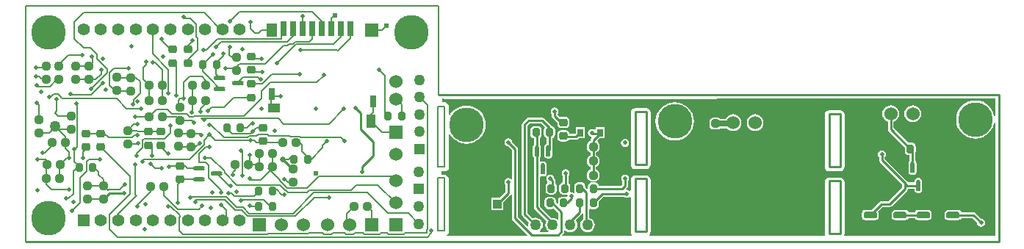
<source format=gbl>
G04 Layer_Physical_Order=4*
G04 Layer_Color=16711680*
%FSLAX23Y23*%
%MOIN*%
G70*
G01*
G75*
G04:AMPARAMS|DCode=14|XSize=50mil|YSize=20mil|CornerRadius=5mil|HoleSize=0mil|Usage=FLASHONLY|Rotation=270.000|XOffset=0mil|YOffset=0mil|HoleType=Round|Shape=RoundedRectangle|*
%AMROUNDEDRECTD14*
21,1,0.050,0.009,0,0,270.0*
21,1,0.040,0.020,0,0,270.0*
1,1,0.010,-0.005,-0.020*
1,1,0.010,-0.005,0.020*
1,1,0.010,0.005,0.020*
1,1,0.010,0.005,-0.020*
%
%ADD14ROUNDEDRECTD14*%
G04:AMPARAMS|DCode=15|XSize=37mil|YSize=37mil|CornerRadius=9mil|HoleSize=0mil|Usage=FLASHONLY|Rotation=0.000|XOffset=0mil|YOffset=0mil|HoleType=Round|Shape=RoundedRectangle|*
%AMROUNDEDRECTD15*
21,1,0.037,0.019,0,0,0.0*
21,1,0.019,0.037,0,0,0.0*
1,1,0.018,0.010,-0.009*
1,1,0.018,-0.010,-0.009*
1,1,0.018,-0.010,0.009*
1,1,0.018,0.010,0.009*
%
%ADD15ROUNDEDRECTD15*%
G04:AMPARAMS|DCode=24|XSize=37mil|YSize=37mil|CornerRadius=9mil|HoleSize=0mil|Usage=FLASHONLY|Rotation=270.000|XOffset=0mil|YOffset=0mil|HoleType=Round|Shape=RoundedRectangle|*
%AMROUNDEDRECTD24*
21,1,0.037,0.019,0,0,270.0*
21,1,0.019,0.037,0,0,270.0*
1,1,0.018,-0.009,-0.010*
1,1,0.018,-0.009,0.010*
1,1,0.018,0.009,0.010*
1,1,0.018,0.009,-0.010*
%
%ADD24ROUNDEDRECTD24*%
G04:AMPARAMS|DCode=33|XSize=34mil|YSize=39mil|CornerRadius=9mil|HoleSize=0mil|Usage=FLASHONLY|Rotation=0.000|XOffset=0mil|YOffset=0mil|HoleType=Round|Shape=RoundedRectangle|*
%AMROUNDEDRECTD33*
21,1,0.034,0.021,0,0,0.0*
21,1,0.017,0.039,0,0,0.0*
1,1,0.017,0.008,-0.011*
1,1,0.017,-0.008,-0.011*
1,1,0.017,-0.008,0.011*
1,1,0.017,0.008,0.011*
%
%ADD33ROUNDEDRECTD33*%
G04:AMPARAMS|DCode=34|XSize=34mil|YSize=39mil|CornerRadius=9mil|HoleSize=0mil|Usage=FLASHONLY|Rotation=270.000|XOffset=0mil|YOffset=0mil|HoleType=Round|Shape=RoundedRectangle|*
%AMROUNDEDRECTD34*
21,1,0.034,0.021,0,0,270.0*
21,1,0.017,0.039,0,0,270.0*
1,1,0.017,-0.011,-0.008*
1,1,0.017,-0.011,0.008*
1,1,0.017,0.011,0.008*
1,1,0.017,0.011,-0.008*
%
%ADD34ROUNDEDRECTD34*%
%ADD37C,0.006*%
%ADD38C,0.010*%
%ADD39C,0.025*%
%ADD57C,0.056*%
%ADD58R,0.056X0.056*%
%ADD59C,0.060*%
%ADD60R,0.060X0.060*%
%ADD61R,0.060X0.060*%
%ADD62C,0.050*%
%ADD63R,0.050X0.050*%
%ADD64R,0.050X0.050*%
%ADD65C,0.020*%
%ADD66C,0.025*%
%ADD67C,0.024*%
%ADD68C,0.040*%
%ADD69C,0.030*%
%ADD70C,0.157*%
G04:AMPARAMS|DCode=71|XSize=50mil|YSize=20mil|CornerRadius=5mil|HoleSize=0mil|Usage=FLASHONLY|Rotation=180.000|XOffset=0mil|YOffset=0mil|HoleType=Round|Shape=RoundedRectangle|*
%AMROUNDEDRECTD71*
21,1,0.050,0.009,0,0,180.0*
21,1,0.040,0.020,0,0,180.0*
1,1,0.010,-0.020,0.005*
1,1,0.010,0.020,0.005*
1,1,0.010,0.020,-0.005*
1,1,0.010,-0.020,-0.005*
%
%ADD71ROUNDEDRECTD71*%
G04:AMPARAMS|DCode=72|XSize=36mil|YSize=37mil|CornerRadius=9mil|HoleSize=0mil|Usage=FLASHONLY|Rotation=270.000|XOffset=0mil|YOffset=0mil|HoleType=Round|Shape=RoundedRectangle|*
%AMROUNDEDRECTD72*
21,1,0.036,0.018,0,0,270.0*
21,1,0.018,0.037,0,0,270.0*
1,1,0.018,-0.009,-0.009*
1,1,0.018,-0.009,0.009*
1,1,0.018,0.009,0.009*
1,1,0.018,0.009,-0.009*
%
%ADD72ROUNDEDRECTD72*%
G04:AMPARAMS|DCode=73|XSize=59mil|YSize=30mil|CornerRadius=7mil|HoleSize=0mil|Usage=FLASHONLY|Rotation=180.000|XOffset=0mil|YOffset=0mil|HoleType=Round|Shape=RoundedRectangle|*
%AMROUNDEDRECTD73*
21,1,0.059,0.015,0,0,180.0*
21,1,0.044,0.030,0,0,180.0*
1,1,0.015,-0.022,0.007*
1,1,0.015,0.022,0.007*
1,1,0.015,0.022,-0.007*
1,1,0.015,-0.022,-0.007*
%
%ADD73ROUNDEDRECTD73*%
%ADD74R,0.057X0.039*%
%ADD75R,0.039X0.061*%
%ADD76R,0.047X0.059*%
%ADD77R,0.059X0.059*%
%ADD78R,0.031X0.055*%
%ADD79R,0.031X0.069*%
%ADD80R,0.025X0.034*%
%ADD81R,0.039X0.039*%
%ADD82R,0.087X0.039*%
G36*
X4770Y5070D02*
X4765Y5070D01*
X4764Y5071D01*
X4760Y5087D01*
X4751Y5102D01*
X4741Y5116D01*
X4727Y5126D01*
X4712Y5135D01*
X4696Y5139D01*
X4679Y5141D01*
X4662Y5139D01*
X4646Y5135D01*
X4631Y5126D01*
X4617Y5116D01*
X4607Y5102D01*
X4598Y5087D01*
X4594Y5071D01*
X4592Y5054D01*
X4594Y5037D01*
X4598Y5021D01*
X4607Y5006D01*
X4617Y4992D01*
X4631Y4982D01*
X4646Y4973D01*
X4662Y4969D01*
X4679Y4967D01*
X4696Y4969D01*
X4712Y4973D01*
X4727Y4982D01*
X4741Y4992D01*
X4751Y5006D01*
X4760Y5021D01*
X4764Y5037D01*
X4765Y5038D01*
X4770Y5038D01*
Y4525D01*
X4088D01*
X4084Y4530D01*
X4085Y4535D01*
Y4770D01*
X4084Y4778D01*
X4079Y4784D01*
X4073Y4789D01*
X4065Y4790D01*
X4015D01*
X4007Y4789D01*
X4001Y4784D01*
X3996Y4778D01*
X3995Y4770D01*
Y4535D01*
X3996Y4530D01*
X3992Y4525D01*
X3201D01*
X3199Y4530D01*
X3199Y4531D01*
X3204Y4537D01*
X3205Y4545D01*
Y4780D01*
X3204Y4788D01*
X3199Y4794D01*
X3193Y4799D01*
X3185Y4800D01*
X3135D01*
X3127Y4799D01*
X3121Y4794D01*
X3116Y4788D01*
X3115Y4780D01*
Y4733D01*
X3110Y4731D01*
X3105Y4734D01*
X3098Y4735D01*
X3097Y4735D01*
X3094Y4740D01*
X3099Y4745D01*
X3102Y4749D01*
X3103Y4754D01*
Y4772D01*
X3107Y4778D01*
X3108Y4785D01*
X3107Y4792D01*
X3103Y4798D01*
X3097Y4802D01*
X3090Y4803D01*
X3083Y4802D01*
X3077Y4798D01*
X3073Y4792D01*
X3072Y4785D01*
X3073Y4778D01*
X3077Y4772D01*
Y4760D01*
X3070Y4753D01*
X2971D01*
X2970Y4757D01*
X2966Y4763D01*
X2961Y4766D01*
X2954Y4768D01*
X2937D01*
X2931Y4766D01*
X2925Y4763D01*
X2922Y4757D01*
X2920Y4751D01*
Y4740D01*
X2916Y4738D01*
X2910Y4744D01*
Y4751D01*
X2908Y4757D01*
X2905Y4763D01*
X2899Y4766D01*
X2893Y4768D01*
X2876D01*
X2869Y4766D01*
X2864Y4763D01*
X2860Y4757D01*
X2859Y4751D01*
Y4729D01*
X2860Y4724D01*
X2857Y4721D01*
X2856Y4721D01*
X2854Y4722D01*
X2847Y4723D01*
X2845Y4723D01*
X2841Y4727D01*
X2841Y4730D01*
Y4752D01*
X2840Y4758D01*
X2836Y4764D01*
X2833Y4766D01*
Y4797D01*
X2837Y4803D01*
X2838Y4810D01*
X2837Y4817D01*
X2833Y4823D01*
X2827Y4827D01*
X2820Y4828D01*
X2813Y4827D01*
X2807Y4823D01*
X2803Y4817D01*
X2802Y4810D01*
X2803Y4803D01*
X2807Y4797D01*
Y4769D01*
X2801Y4767D01*
X2795Y4764D01*
X2792Y4758D01*
X2790Y4752D01*
Y4730D01*
X2792Y4724D01*
X2795Y4718D01*
X2801Y4715D01*
X2807Y4713D01*
X2824D01*
X2826Y4714D01*
X2830Y4709D01*
X2829Y4705D01*
X2828Y4705D01*
X2824Y4702D01*
X2819Y4703D01*
X2802D01*
X2796Y4701D01*
X2790Y4698D01*
X2787Y4692D01*
X2785Y4686D01*
Y4674D01*
X2781Y4672D01*
X2775Y4678D01*
Y4686D01*
X2773Y4692D01*
X2770Y4698D01*
X2764Y4701D01*
X2758Y4703D01*
X2741D01*
X2734Y4701D01*
X2729Y4698D01*
X2725Y4692D01*
X2724Y4686D01*
Y4664D01*
X2725Y4658D01*
X2729Y4652D01*
X2734Y4649D01*
X2741Y4647D01*
X2758D01*
X2764Y4649D01*
X2766Y4650D01*
X2787Y4629D01*
Y4603D01*
X2782Y4601D01*
X2778Y4604D01*
X2770Y4607D01*
X2761Y4608D01*
X2755Y4607D01*
X2703Y4660D01*
Y4793D01*
X2708Y4797D01*
X2710Y4796D01*
X2720D01*
X2725Y4797D01*
X2729Y4800D01*
X2732Y4804D01*
X2733Y4810D01*
Y4849D01*
X2732Y4854D01*
X2729Y4859D01*
X2725Y4862D01*
X2720Y4863D01*
X2710D01*
X2708Y4862D01*
X2703Y4866D01*
Y4881D01*
X2704Y4881D01*
X2706Y4886D01*
X2708Y4891D01*
Y4930D01*
X2706Y4936D01*
X2704Y4940D01*
X2703Y4941D01*
Y4971D01*
X2706Y4973D01*
X2709Y4979D01*
X2711Y4985D01*
Y5007D01*
X2709Y5013D01*
X2706Y5019D01*
X2700Y5022D01*
X2694Y5024D01*
X2677D01*
X2670Y5022D01*
X2665Y5019D01*
X2661Y5013D01*
X2660Y5007D01*
Y4985D01*
X2661Y4979D01*
X2665Y4973D01*
X2670Y4970D01*
X2676Y4969D01*
Y4941D01*
X2675Y4940D01*
X2672Y4936D01*
X2671Y4930D01*
Y4891D01*
X2672Y4886D01*
X2675Y4881D01*
X2676Y4881D01*
Y4655D01*
X2677Y4650D01*
X2680Y4645D01*
X2733Y4592D01*
X2732Y4592D01*
X2729Y4584D01*
X2728Y4575D01*
X2729Y4566D01*
X2732Y4558D01*
X2738Y4551D01*
X2742Y4548D01*
X2740Y4543D01*
X2704D01*
X2702Y4548D01*
X2706Y4551D01*
X2711Y4558D01*
X2715Y4566D01*
X2716Y4575D01*
X2715Y4584D01*
X2711Y4592D01*
X2706Y4599D01*
X2699Y4604D01*
X2691Y4607D01*
X2683Y4608D01*
X2674Y4607D01*
X2671Y4606D01*
X2647Y4629D01*
Y5027D01*
X2657Y5037D01*
X2707D01*
X2726Y5018D01*
X2723Y5013D01*
X2721Y5007D01*
Y4985D01*
X2723Y4979D01*
X2726Y4973D01*
X2732Y4970D01*
X2732Y4970D01*
Y4943D01*
X2731Y4943D01*
X2726Y4940D01*
X2724Y4936D01*
X2722Y4930D01*
Y4891D01*
X2724Y4886D01*
X2726Y4881D01*
X2731Y4878D01*
X2736Y4877D01*
X2745D01*
X2750Y4878D01*
X2755Y4881D01*
X2758Y4886D01*
X2759Y4891D01*
Y4914D01*
X2759Y4916D01*
Y4969D01*
X2762Y4970D01*
X2767Y4973D01*
X2771Y4979D01*
X2772Y4985D01*
Y5007D01*
X2771Y5013D01*
X2767Y5019D01*
X2762Y5022D01*
X2757Y5023D01*
X2755Y5026D01*
X2721Y5059D01*
X2717Y5062D01*
X2712Y5063D01*
X2652D01*
X2647Y5062D01*
X2643Y5059D01*
X2625Y5041D01*
X2622Y5037D01*
X2621Y5032D01*
Y4624D01*
X2622Y4618D01*
X2625Y4614D01*
X2652Y4587D01*
X2650Y4584D01*
X2649Y4575D01*
X2650Y4571D01*
X2645Y4569D01*
X2603Y4610D01*
Y4920D01*
X2602Y4925D01*
X2599Y4929D01*
X2578Y4950D01*
X2577Y4957D01*
X2573Y4963D01*
X2567Y4967D01*
X2560Y4968D01*
X2553Y4967D01*
X2547Y4963D01*
X2543Y4957D01*
X2542Y4950D01*
X2543Y4943D01*
X2547Y4937D01*
X2553Y4933D01*
X2560Y4932D01*
X2577Y4915D01*
Y4786D01*
X2572Y4784D01*
X2567Y4787D01*
X2560Y4788D01*
X2553Y4787D01*
X2547Y4783D01*
X2543Y4777D01*
X2542Y4770D01*
X2543Y4763D01*
X2547Y4757D01*
Y4725D01*
X2519Y4698D01*
X2482D01*
Y4642D01*
X2538D01*
Y4679D01*
X2569Y4711D01*
X2572Y4714D01*
X2575Y4714D01*
X2577Y4713D01*
Y4605D01*
X2578Y4600D01*
X2581Y4596D01*
X2646Y4530D01*
X2644Y4525D01*
X2281D01*
X2280Y4530D01*
X2284Y4534D01*
X2289Y4540D01*
X2290Y4548D01*
Y4783D01*
X2289Y4791D01*
X2284Y4797D01*
X2278Y4802D01*
X2270Y4803D01*
X2261D01*
X2257Y4807D01*
X2257Y4818D01*
X2270D01*
X2278Y4819D01*
X2284Y4824D01*
X2289Y4830D01*
X2290Y4838D01*
Y4985D01*
X2295Y4986D01*
X2298Y4982D01*
X2308Y4968D01*
X2322Y4958D01*
X2337Y4949D01*
X2353Y4945D01*
X2370Y4943D01*
X2387Y4945D01*
X2403Y4949D01*
X2418Y4958D01*
X2432Y4968D01*
X2442Y4982D01*
X2451Y4997D01*
X2455Y5013D01*
X2457Y5030D01*
X2455Y5047D01*
X2451Y5063D01*
X2442Y5078D01*
X2432Y5092D01*
X2418Y5102D01*
X2403Y5111D01*
X2387Y5115D01*
X2370Y5117D01*
X2353Y5115D01*
X2337Y5111D01*
X2322Y5102D01*
X2308Y5092D01*
X2298Y5078D01*
X2295Y5074D01*
X2290Y5075D01*
Y5113D01*
X2289Y5121D01*
X2284Y5127D01*
X2278Y5132D01*
X2270Y5133D01*
X2263D01*
X2260Y5137D01*
X2260Y5150D01*
X2265D01*
X2270Y5145D01*
X3120D01*
X3890Y5150D01*
X4770D01*
Y5070D01*
D02*
G37*
G36*
X3091Y4700D02*
X3098Y4699D01*
X3105Y4700D01*
X3110Y4703D01*
X3115Y4701D01*
Y4545D01*
X3116Y4537D01*
X3121Y4531D01*
X3121Y4530D01*
X3119Y4525D01*
X2806D01*
X2804Y4530D01*
X2809Y4536D01*
X2812Y4540D01*
X2813Y4545D01*
Y4548D01*
X2818Y4550D01*
X2823Y4546D01*
X2831Y4543D01*
X2840Y4542D01*
X2849Y4543D01*
X2857Y4546D01*
X2864Y4551D01*
X2869Y4558D01*
X2872Y4566D01*
X2873Y4575D01*
X2872Y4584D01*
X2869Y4592D01*
X2865Y4596D01*
X2894Y4625D01*
X2895Y4627D01*
X2900Y4625D01*
Y4602D01*
X2895Y4599D01*
X2890Y4592D01*
X2887Y4584D01*
X2885Y4575D01*
X2887Y4566D01*
X2890Y4558D01*
X2895Y4551D01*
X2902Y4546D01*
X2910Y4543D01*
X2919Y4542D01*
X2927Y4543D01*
X2935Y4546D01*
X2942Y4551D01*
X2948Y4558D01*
X2951Y4566D01*
X2952Y4575D01*
X2951Y4584D01*
X2948Y4592D01*
X2942Y4599D01*
X2935Y4604D01*
X2927Y4607D01*
X2926Y4607D01*
Y4646D01*
X2930Y4648D01*
X2931Y4649D01*
X2937Y4647D01*
X2954D01*
X2961Y4649D01*
X2966Y4652D01*
X2970Y4658D01*
X2971Y4664D01*
Y4682D01*
X2993Y4704D01*
X3085D01*
X3091Y4700D01*
D02*
G37*
%LPC*%
G36*
X3580Y5078D02*
X3570Y5077D01*
X3561Y5073D01*
X3553Y5067D01*
X3547Y5059D01*
X3545Y5056D01*
X3522D01*
X3522Y5057D01*
X3516Y5060D01*
X3510Y5062D01*
X3490D01*
X3484Y5060D01*
X3478Y5057D01*
X3474Y5051D01*
X3473Y5044D01*
Y5026D01*
X3474Y5019D01*
X3478Y5013D01*
X3484Y5010D01*
X3490Y5008D01*
X3510D01*
X3516Y5010D01*
X3522Y5013D01*
X3522Y5014D01*
X3552D01*
X3553Y5013D01*
X3561Y5007D01*
X3570Y5003D01*
X3580Y5002D01*
X3590Y5003D01*
X3599Y5007D01*
X3607Y5013D01*
X3613Y5021D01*
X3617Y5030D01*
X3618Y5040D01*
X3617Y5050D01*
X3613Y5059D01*
X3607Y5067D01*
X3599Y5073D01*
X3590Y5077D01*
X3580Y5078D01*
D02*
G37*
G36*
X4395Y5118D02*
X4385Y5117D01*
X4376Y5113D01*
X4368Y5107D01*
X4362Y5099D01*
X4358Y5090D01*
X4357Y5080D01*
X4358Y5070D01*
X4362Y5061D01*
X4368Y5053D01*
X4376Y5047D01*
X4385Y5043D01*
X4395Y5042D01*
X4405Y5043D01*
X4414Y5047D01*
X4422Y5053D01*
X4428Y5061D01*
X4432Y5070D01*
X4433Y5080D01*
X4432Y5090D01*
X4428Y5099D01*
X4422Y5107D01*
X4414Y5113D01*
X4405Y5117D01*
X4395Y5118D01*
D02*
G37*
G36*
X2770Y5108D02*
X2763Y5107D01*
X2757Y5103D01*
X2753Y5097D01*
X2752Y5090D01*
X2753Y5083D01*
X2757Y5077D01*
Y5070D01*
X2758Y5065D01*
X2761Y5061D01*
X2782Y5039D01*
Y5032D01*
X2784Y5026D01*
X2787Y5020D01*
X2793Y5017D01*
X2799Y5015D01*
X2821D01*
X2827Y5017D01*
X2833Y5020D01*
X2836Y5026D01*
X2838Y5032D01*
Y5049D01*
X2836Y5056D01*
X2833Y5061D01*
X2827Y5065D01*
X2821Y5066D01*
X2799D01*
X2794Y5065D01*
X2783Y5075D01*
Y5077D01*
X2787Y5083D01*
X2788Y5090D01*
X2787Y5097D01*
X2783Y5103D01*
X2777Y5107D01*
X2770Y5108D01*
D02*
G37*
G36*
X2995Y5019D02*
X2955D01*
Y5010D01*
X2950Y5008D01*
X2946Y5010D01*
X2939Y5011D01*
X2932Y5010D01*
X2926Y5006D01*
X2922Y5000D01*
X2921Y4993D01*
X2922Y4986D01*
X2926Y4980D01*
X2932Y4976D01*
X2936Y4975D01*
X2937Y4970D01*
X2936Y4968D01*
X2933Y4964D01*
X2932Y4959D01*
Y4956D01*
X2929Y4955D01*
X2923Y4952D01*
X2919Y4946D01*
X2918Y4939D01*
Y4921D01*
X2919Y4914D01*
X2923Y4908D01*
X2929Y4905D01*
X2932Y4904D01*
Y4891D01*
X2929Y4890D01*
X2923Y4887D01*
X2919Y4881D01*
X2918Y4874D01*
Y4856D01*
X2919Y4849D01*
X2923Y4843D01*
X2929Y4840D01*
X2932Y4839D01*
Y4826D01*
X2929Y4825D01*
X2923Y4822D01*
X2919Y4816D01*
X2918Y4809D01*
Y4791D01*
X2919Y4784D01*
X2923Y4778D01*
X2929Y4775D01*
X2935Y4773D01*
X2955D01*
X2961Y4775D01*
X2967Y4778D01*
X2971Y4784D01*
X2972Y4791D01*
Y4809D01*
X2971Y4816D01*
X2967Y4822D01*
X2961Y4825D01*
X2958Y4826D01*
Y4839D01*
X2961Y4840D01*
X2967Y4843D01*
X2971Y4849D01*
X2972Y4856D01*
Y4874D01*
X2971Y4881D01*
X2967Y4887D01*
X2961Y4890D01*
X2958Y4891D01*
Y4904D01*
X2961Y4905D01*
X2967Y4908D01*
X2971Y4914D01*
X2972Y4921D01*
Y4939D01*
X2971Y4946D01*
X2967Y4952D01*
X2965Y4953D01*
X2964Y4959D01*
X2974Y4969D01*
X2995D01*
Y5019D01*
D02*
G37*
G36*
X3680Y5078D02*
X3670Y5077D01*
X3661Y5073D01*
X3653Y5067D01*
X3647Y5059D01*
X3643Y5050D01*
X3642Y5040D01*
X3643Y5030D01*
X3647Y5021D01*
X3653Y5013D01*
X3661Y5007D01*
X3670Y5003D01*
X3680Y5002D01*
X3690Y5003D01*
X3699Y5007D01*
X3707Y5013D01*
X3713Y5021D01*
X3717Y5030D01*
X3718Y5040D01*
X3717Y5050D01*
X3713Y5059D01*
X3707Y5067D01*
X3699Y5073D01*
X3690Y5077D01*
X3680Y5078D01*
D02*
G37*
G36*
X2905Y5019D02*
X2865D01*
Y4991D01*
X2864Y4991D01*
X2862Y4989D01*
X2837D01*
X2836Y4994D01*
X2833Y5000D01*
X2827Y5003D01*
X2821Y5005D01*
X2799D01*
X2793Y5003D01*
X2787Y5000D01*
X2784Y4994D01*
X2782Y4988D01*
Y4971D01*
X2784Y4964D01*
X2787Y4959D01*
X2793Y4955D01*
X2799Y4954D01*
X2821D01*
X2827Y4955D01*
X2833Y4959D01*
X2835Y4962D01*
X2868D01*
X2873Y4963D01*
X2877Y4966D01*
X2880Y4969D01*
X2905D01*
Y5019D01*
D02*
G37*
G36*
X3315Y5132D02*
X3298Y5130D01*
X3282Y5126D01*
X3267Y5117D01*
X3253Y5107D01*
X3243Y5093D01*
X3234Y5078D01*
X3230Y5062D01*
X3228Y5045D01*
X3230Y5028D01*
X3234Y5012D01*
X3243Y4997D01*
X3253Y4983D01*
X3267Y4973D01*
X3282Y4964D01*
X3298Y4960D01*
X3315Y4958D01*
X3332Y4960D01*
X3348Y4964D01*
X3363Y4973D01*
X3377Y4983D01*
X3387Y4997D01*
X3396Y5012D01*
X3400Y5028D01*
X3402Y5045D01*
X3400Y5062D01*
X3396Y5078D01*
X3387Y5093D01*
X3377Y5107D01*
X3363Y5117D01*
X3348Y5126D01*
X3332Y5130D01*
X3315Y5132D01*
D02*
G37*
G36*
X3089Y4966D02*
X3082Y4965D01*
X3076Y4961D01*
X3072Y4955D01*
X3071Y4948D01*
X3072Y4941D01*
X3076Y4935D01*
X3082Y4931D01*
X3089Y4930D01*
X3096Y4931D01*
X3102Y4935D01*
X3106Y4941D01*
X3107Y4948D01*
X3106Y4955D01*
X3102Y4961D01*
X3096Y4965D01*
X3089Y4966D01*
D02*
G37*
G36*
X3185Y5105D02*
X3135D01*
X3127Y5104D01*
X3121Y5099D01*
X3116Y5093D01*
X3115Y5085D01*
Y4850D01*
X3116Y4842D01*
X3121Y4836D01*
X3127Y4831D01*
X3135Y4830D01*
X3185D01*
X3193Y4831D01*
X3199Y4836D01*
X3204Y4842D01*
X3205Y4850D01*
Y5085D01*
X3204Y5093D01*
X3199Y5099D01*
X3193Y5104D01*
X3185Y5105D01*
D02*
G37*
G36*
X4065Y5095D02*
X4015D01*
X4007Y5094D01*
X4001Y5089D01*
X3996Y5083D01*
X3995Y5075D01*
Y4840D01*
X3996Y4832D01*
X4001Y4826D01*
X4007Y4821D01*
X4015Y4820D01*
X4065D01*
X4073Y4821D01*
X4079Y4826D01*
X4084Y4832D01*
X4085Y4840D01*
Y5075D01*
X4084Y5083D01*
X4079Y5089D01*
X4073Y5094D01*
X4065Y5095D01*
D02*
G37*
G36*
X4295Y5118D02*
X4285Y5117D01*
X4276Y5113D01*
X4268Y5107D01*
X4262Y5099D01*
X4258Y5090D01*
X4257Y5080D01*
X4258Y5070D01*
X4262Y5061D01*
X4268Y5053D01*
X4276Y5047D01*
X4282Y5044D01*
Y5009D01*
X4283Y5004D01*
X4286Y5000D01*
X4359Y4927D01*
Y4909D01*
X4360Y4903D01*
X4364Y4897D01*
X4369Y4894D01*
X4376Y4892D01*
X4381D01*
Y4866D01*
X4380Y4865D01*
X4377Y4861D01*
X4376Y4855D01*
Y4816D01*
X4377Y4811D01*
X4380Y4806D01*
X4385Y4803D01*
X4390Y4802D01*
X4399D01*
X4404Y4803D01*
X4409Y4806D01*
X4411Y4811D01*
X4413Y4816D01*
Y4855D01*
X4411Y4861D01*
X4409Y4865D01*
X4408Y4866D01*
Y4902D01*
X4408Y4903D01*
X4410Y4909D01*
Y4931D01*
X4408Y4937D01*
X4405Y4943D01*
X4399Y4946D01*
X4393Y4948D01*
X4376D01*
X4375Y4948D01*
X4308Y5015D01*
Y5044D01*
X4314Y5047D01*
X4322Y5053D01*
X4328Y5061D01*
X4332Y5070D01*
X4333Y5080D01*
X4332Y5090D01*
X4328Y5099D01*
X4322Y5107D01*
X4314Y5113D01*
X4305Y5117D01*
X4295Y5118D01*
D02*
G37*
G36*
X4255Y4913D02*
X4248Y4912D01*
X4242Y4908D01*
X4238Y4902D01*
X4237Y4895D01*
X4238Y4888D01*
X4242Y4882D01*
Y4870D01*
X4243Y4865D01*
X4246Y4861D01*
X4347Y4760D01*
Y4745D01*
X4285Y4683D01*
X4252D01*
X4247Y4682D01*
X4243Y4679D01*
X4206Y4643D01*
X4180D01*
X4174Y4642D01*
X4168Y4639D01*
X4165Y4634D01*
X4164Y4627D01*
Y4613D01*
X4165Y4606D01*
X4168Y4601D01*
X4174Y4598D01*
X4180Y4597D01*
X4224D01*
X4230Y4598D01*
X4235Y4601D01*
X4239Y4606D01*
X4240Y4613D01*
Y4627D01*
X4239Y4634D01*
X4237Y4636D01*
X4257Y4657D01*
X4290D01*
X4295Y4658D01*
X4299Y4661D01*
X4369Y4731D01*
X4372Y4735D01*
X4373Y4740D01*
Y4741D01*
X4402D01*
Y4735D01*
X4403Y4729D01*
X4406Y4725D01*
X4410Y4722D01*
X4415Y4721D01*
X4425D01*
X4430Y4722D01*
X4434Y4725D01*
X4437Y4729D01*
X4438Y4735D01*
Y4774D01*
X4437Y4779D01*
X4434Y4784D01*
X4430Y4787D01*
X4425Y4788D01*
X4415D01*
X4410Y4787D01*
X4406Y4784D01*
X4403Y4779D01*
X4402Y4774D01*
Y4768D01*
X4376D01*
X4369Y4774D01*
X4268Y4875D01*
Y4882D01*
X4272Y4888D01*
X4273Y4895D01*
X4272Y4902D01*
X4268Y4908D01*
X4262Y4912D01*
X4255Y4913D01*
D02*
G37*
G36*
X2750Y4803D02*
X2743Y4802D01*
X2737Y4798D01*
X2733Y4792D01*
X2732Y4785D01*
X2733Y4778D01*
X2737Y4772D01*
X2738Y4772D01*
X2737Y4766D01*
X2734Y4764D01*
X2730Y4758D01*
X2729Y4752D01*
Y4730D01*
X2730Y4724D01*
X2734Y4718D01*
X2739Y4715D01*
X2746Y4713D01*
X2763D01*
X2769Y4715D01*
X2775Y4718D01*
X2778Y4724D01*
X2780Y4730D01*
Y4752D01*
X2778Y4758D01*
X2775Y4764D01*
X2773Y4765D01*
Y4776D01*
X2772Y4781D01*
X2769Y4785D01*
X2768Y4785D01*
X2767Y4792D01*
X2763Y4798D01*
X2757Y4802D01*
X2750Y4803D01*
D02*
G37*
G36*
X4464Y4643D02*
X4420D01*
X4414Y4642D01*
X4408Y4639D01*
X4405Y4634D01*
X4405Y4633D01*
X4375D01*
X4375Y4634D01*
X4372Y4639D01*
X4366Y4642D01*
X4360Y4643D01*
X4316D01*
X4310Y4642D01*
X4305Y4639D01*
X4301Y4634D01*
X4300Y4627D01*
Y4613D01*
X4301Y4606D01*
X4305Y4601D01*
X4310Y4598D01*
X4316Y4597D01*
X4360D01*
X4366Y4598D01*
X4372Y4601D01*
X4375Y4606D01*
X4375Y4607D01*
X4405D01*
X4405Y4606D01*
X4408Y4601D01*
X4414Y4598D01*
X4420Y4597D01*
X4464D01*
X4470Y4598D01*
X4475Y4601D01*
X4479Y4606D01*
X4480Y4613D01*
Y4627D01*
X4479Y4634D01*
X4475Y4639D01*
X4470Y4642D01*
X4464Y4643D01*
D02*
G37*
G36*
X4600D02*
X4556D01*
X4550Y4642D01*
X4545Y4639D01*
X4541Y4634D01*
X4540Y4627D01*
Y4613D01*
X4541Y4606D01*
X4545Y4601D01*
X4550Y4598D01*
X4556Y4597D01*
X4600D01*
X4606Y4598D01*
X4612Y4601D01*
X4615Y4606D01*
X4615Y4607D01*
X4665D01*
X4687Y4585D01*
X4688Y4578D01*
X4692Y4572D01*
X4698Y4568D01*
X4705Y4567D01*
X4712Y4568D01*
X4718Y4572D01*
X4722Y4578D01*
X4723Y4585D01*
X4722Y4592D01*
X4718Y4598D01*
X4712Y4602D01*
X4705Y4603D01*
X4679Y4629D01*
X4675Y4632D01*
X4670Y4633D01*
X4615D01*
X4615Y4634D01*
X4612Y4639D01*
X4606Y4642D01*
X4600Y4643D01*
D02*
G37*
%LPD*%
D14*
X4394Y4836D02*
D03*
X4446D02*
D03*
X4420Y4754D02*
D03*
X2715Y4829D02*
D03*
X2741Y4911D02*
D03*
X2689D02*
D03*
D15*
X1860Y4660D02*
D03*
X1920D02*
D03*
X1490Y4898D02*
D03*
X1430D02*
D03*
Y4839D02*
D03*
X1490D02*
D03*
X1535Y4950D02*
D03*
X1595D02*
D03*
X551Y4951D02*
D03*
X491D02*
D03*
X465Y4850D02*
D03*
X525D02*
D03*
X522Y4786D02*
D03*
X463D02*
D03*
X3500Y5035D02*
D03*
X3440D02*
D03*
X2945Y4930D02*
D03*
X2885D02*
D03*
X2945Y4865D02*
D03*
X2885D02*
D03*
Y4800D02*
D03*
X2945D02*
D03*
X1128Y5138D02*
D03*
X1188D02*
D03*
X1320Y4850D02*
D03*
X1380D02*
D03*
X938Y4749D02*
D03*
X998D02*
D03*
X930Y5138D02*
D03*
X990D02*
D03*
X930Y5210D02*
D03*
X990D02*
D03*
X1188D02*
D03*
X1128D02*
D03*
X990Y5066D02*
D03*
X930D02*
D03*
D24*
X1584Y4770D02*
D03*
Y4830D02*
D03*
X596Y5295D02*
D03*
Y5235D02*
D03*
X656D02*
D03*
Y5295D02*
D03*
X463Y5235D02*
D03*
Y5295D02*
D03*
X521Y5235D02*
D03*
Y5295D02*
D03*
X650Y4694D02*
D03*
Y4754D02*
D03*
X431Y5053D02*
D03*
Y4993D02*
D03*
X575Y5070D02*
D03*
Y5010D02*
D03*
X722Y4754D02*
D03*
Y4694D02*
D03*
X832Y5003D02*
D03*
Y4943D02*
D03*
X1325Y5275D02*
D03*
Y5335D02*
D03*
X1121Y4988D02*
D03*
Y4928D02*
D03*
X847Y5183D02*
D03*
Y5243D02*
D03*
X1062Y4992D02*
D03*
Y4932D02*
D03*
X782Y5186D02*
D03*
Y5246D02*
D03*
X1070Y5108D02*
D03*
Y5048D02*
D03*
D33*
X1282Y5017D02*
D03*
X1344D02*
D03*
X2811Y4675D02*
D03*
X2749D02*
D03*
X1427Y4728D02*
D03*
X1489D02*
D03*
X4446Y4920D02*
D03*
X4384D02*
D03*
X2013Y5071D02*
D03*
X2075D02*
D03*
X1174Y5304D02*
D03*
X1236D02*
D03*
X1490Y4661D02*
D03*
X1428D02*
D03*
X2946Y4675D02*
D03*
X2884D02*
D03*
X2754Y4741D02*
D03*
X2816D02*
D03*
X2946Y4740D02*
D03*
X2884D02*
D03*
X1587Y4873D02*
D03*
X1649D02*
D03*
X612Y4837D02*
D03*
X674D02*
D03*
X2685Y4996D02*
D03*
X2747D02*
D03*
D34*
X644Y4991D02*
D03*
Y4929D02*
D03*
X1393Y5153D02*
D03*
Y5215D02*
D03*
X1070Y4782D02*
D03*
Y4844D02*
D03*
X709Y4929D02*
D03*
Y4991D02*
D03*
X1393Y5341D02*
D03*
Y5280D02*
D03*
X982Y4998D02*
D03*
Y4936D02*
D03*
X928Y4998D02*
D03*
Y4936D02*
D03*
X1107Y5311D02*
D03*
Y5373D02*
D03*
X1035D02*
D03*
Y5311D02*
D03*
X2810Y4979D02*
D03*
Y5041D02*
D03*
D37*
X749Y4623D02*
X843Y4717D01*
X749Y4557D02*
Y4623D01*
Y4557D02*
X785Y4521D01*
X2193D01*
X2210Y4538D01*
X1068Y4549D02*
Y4611D01*
Y4549D02*
X1083Y4534D01*
X1465D01*
X1467Y4536D01*
X1649D01*
X1652Y4539D01*
X1718D01*
X1723Y4534D01*
X1757D01*
X1762Y4539D01*
X1818D01*
X1823Y4534D01*
X1857D01*
X1862Y4539D01*
X1900D01*
X1905Y4534D01*
X1975D01*
X1980Y4539D01*
X2010D01*
X2015Y4534D01*
X2085D01*
X2090Y4539D01*
X2190D01*
X2191Y4540D01*
Y4540D01*
X2191Y4540D02*
X2191Y4540D01*
X2191Y4540D02*
Y4556D01*
X2192Y4557D01*
Y5120D01*
X2210Y4538D02*
Y4548D01*
X2156Y5156D02*
X2192Y5120D01*
X729Y5189D02*
X732D01*
X726Y5186D02*
X729Y5189D01*
X988Y5412D02*
Y5421D01*
Y5412D02*
X1016Y5384D01*
X1101Y5080D02*
X1114Y5067D01*
X1128Y5091D02*
Y5138D01*
X1123Y5086D02*
X1128Y5091D01*
X1114Y5067D02*
X1131D01*
X1135Y5071D02*
X1361D01*
X1131Y5067D02*
X1135Y5071D01*
X1745Y5033D02*
X1814Y5102D01*
X1745Y5033D02*
Y5033D01*
X1540D02*
X1745D01*
X440Y5239D02*
X456Y5239D01*
X430Y5249D02*
X440Y5239D01*
X418Y5249D02*
X430D01*
X688Y5235D02*
X714Y5261D01*
Y5280D01*
X668Y5167D02*
X720Y5219D01*
X668Y5194D02*
X739Y5265D01*
X573Y5167D02*
X668D01*
X667Y5194D02*
X668D01*
X1557Y4742D02*
X1647D01*
X1555Y4745D02*
X1557Y4742D01*
X1554Y4745D02*
X1555D01*
X1524Y4775D02*
X1554Y4745D01*
X1559Y4724D02*
X1646D01*
X1550Y4733D02*
X1559Y4724D01*
X1548Y4733D02*
X1550D01*
X1524Y4757D02*
X1548Y4733D01*
X1531Y4714D02*
X1542D01*
X1509Y4736D02*
X1531Y4714D01*
X1234Y5309D02*
X1268Y5343D01*
Y5352D01*
X1293Y5380D02*
X1295Y5382D01*
X1293Y5347D02*
Y5380D01*
X1385Y5274D02*
X1390Y5269D01*
X1442D01*
X553Y4696D02*
X562D01*
X563Y4695D01*
X1486Y5260D02*
X1613D01*
X1442Y5216D02*
X1486Y5260D01*
X1424Y5247D02*
X1435Y5236D01*
X1356Y5247D02*
X1424D01*
X1385Y5216D02*
X1442D01*
X1524Y4775D02*
Y4778D01*
X1469Y4833D02*
X1524Y4778D01*
X1543Y4783D02*
X1545D01*
X1546Y4784D01*
X1770Y5525D02*
X1772D01*
X1757Y5512D02*
X1770Y5525D01*
X495Y5169D02*
X516D01*
X530Y5155D01*
Y5154D02*
X535Y5149D01*
X530Y5154D02*
Y5155D01*
X511Y5093D02*
Y5147D01*
X502Y5084D02*
X511Y5093D01*
X480Y5153D02*
X495Y5169D01*
X535Y5149D02*
X782D01*
X1025Y4844D02*
X1092D01*
X1021Y4840D02*
X1025Y4844D01*
X868Y4714D02*
Y4851D01*
Y4714D02*
X873Y4709D01*
X1052Y5066D02*
X1070Y5048D01*
X990Y5066D02*
X1052D01*
X1028Y4993D02*
Y5027D01*
X1001Y4966D02*
X1028Y4993D01*
X907Y4966D02*
X1001D01*
X899Y4958D02*
X907Y4966D01*
X899Y4927D02*
Y4958D01*
X615Y4788D02*
X645Y4818D01*
X615Y4675D02*
Y4788D01*
X580Y4640D02*
X615Y4675D01*
X580Y4639D02*
Y4640D01*
X644Y4918D02*
Y4929D01*
X631Y4905D02*
X644Y4918D01*
X631Y4880D02*
Y4905D01*
X1273Y4690D02*
X1320Y4643D01*
X1350D01*
X1378Y4615D01*
X1355Y4655D02*
X1383Y4627D01*
X1327Y4655D02*
X1355D01*
X1280Y4702D02*
X1327Y4655D01*
X1406Y4707D02*
X1427Y4728D01*
X1317Y4707D02*
X1406D01*
X1304Y4720D02*
X1317Y4707D01*
X1290Y4720D02*
X1304D01*
X1238Y4808D02*
X1292Y4754D01*
X1299D01*
X1378Y4615D02*
X1594D01*
X1383Y4627D02*
X1583D01*
X1480Y4661D02*
X1490D01*
X1451Y4689D02*
X1480Y4661D01*
X1347Y4687D02*
X1349Y4689D01*
X1451D01*
X1388Y4662D02*
X1389Y4661D01*
X1428D01*
X1594Y4615D02*
X1679Y4700D01*
X1583Y4627D02*
X1678Y4722D01*
X1546Y4784D02*
X1560Y4770D01*
X1469Y4833D02*
X1490D01*
X1328Y4757D02*
X1524D01*
X1560Y4770D02*
X1584D01*
X1563Y4872D02*
X1577Y4886D01*
X1646Y4724D02*
X1656Y4734D01*
X1647Y4742D02*
X1701Y4796D01*
X1656Y4734D02*
X1848D01*
X1871Y4757D01*
X1968D01*
X2050Y4675D01*
X1272Y4813D02*
X1328Y4757D01*
X1920Y4722D02*
X2013Y4629D01*
X1678Y4722D02*
X1920D01*
X1172Y5303D02*
X1219Y5350D01*
X1293Y5347D02*
X1305Y5335D01*
X1219Y5350D02*
X1220D01*
X1176Y5368D02*
X1190D01*
X1240Y5418D01*
X1232Y5383D02*
X1255Y5406D01*
X1240Y5418D02*
X1531D01*
X1255Y5406D02*
X1557D01*
X1297Y5500D02*
X1339Y5542D01*
X1275Y5287D02*
X1307D01*
X1310Y5290D01*
X1143Y5429D02*
Y5485D01*
X1116Y5512D02*
X1143Y5485D01*
X1093Y5512D02*
X1116D01*
X1085Y5520D02*
X1093Y5512D01*
X739Y5270D02*
Y5282D01*
X739Y5270D02*
X739Y5270D01*
X739Y5265D02*
Y5270D01*
X751Y5265D02*
X771Y5285D01*
X751Y5208D02*
Y5265D01*
Y5208D02*
X776Y5183D01*
X1143Y5429D02*
X1149Y5423D01*
X1069Y4612D02*
Y4619D01*
X1068Y4611D02*
X1069Y4612D01*
X1027Y4661D02*
X1069Y4619D01*
X1014Y4898D02*
X1015Y4899D01*
X986Y4926D02*
X1014Y4898D01*
X1116Y4702D02*
X1280D01*
X1141Y4690D02*
X1273D01*
X1393Y5331D02*
X1439D01*
X1718Y4925D02*
Y4935D01*
X1663Y4871D02*
X1718Y4925D01*
X1624Y4910D02*
X1663Y4871D01*
X1538Y4872D02*
X1563D01*
X1624Y4910D02*
Y4940D01*
X1614Y4950D02*
X1624Y4940D01*
X988Y4834D02*
X991D01*
X993Y4832D01*
X1311Y4803D02*
Y4815D01*
X1320Y4824D01*
X1184Y4880D02*
X1210D01*
X1272Y4819D01*
Y4813D02*
Y4819D01*
X479Y5203D02*
X511Y5235D01*
X426Y5203D02*
X479D01*
X420Y5209D02*
X426Y5203D01*
X458Y4903D02*
X491Y4936D01*
X448Y4903D02*
X458D01*
X1377Y4991D02*
X1391D01*
X1375Y4989D02*
X1377Y4991D01*
X1391D02*
X1400Y5000D01*
X1382Y4979D02*
X1418D01*
X1375Y4972D02*
X1382Y4979D01*
X1417Y5016D02*
X1448D01*
X1401Y5000D02*
X1417Y5016D01*
X1307Y4989D02*
X1375D01*
X1400Y5000D02*
X1401D01*
X1718Y4935D02*
X1738Y4955D01*
X670Y5338D02*
X674Y5334D01*
Y5314D02*
Y5334D01*
X1616Y5370D02*
X1781D01*
X1786Y5365D01*
X1722Y5254D02*
Y5256D01*
X1691Y5223D02*
X1722Y5254D01*
X1458Y5307D02*
X1540Y5389D01*
X1340Y5307D02*
X1458D01*
X1325Y5292D02*
X1340Y5307D01*
X1540Y5389D02*
X1557D01*
X1103Y5386D02*
X1127Y5410D01*
Y5414D01*
X1799Y4974D02*
X1816Y4957D01*
X1571Y4977D02*
X1612D01*
X1569Y4979D02*
X1571Y4977D01*
X1730Y4974D02*
X1799D01*
X1728Y4972D02*
X1730Y4974D01*
X1617Y4972D02*
X1728D01*
X1612Y4977D02*
X1617Y4972D01*
X1418Y4979D02*
X1427Y4987D01*
X1418Y4979D02*
X1418Y4979D01*
X1427Y4987D02*
X1466D01*
X1282Y5014D02*
X1307Y4989D01*
X1282Y5014D02*
Y5017D01*
X1269Y4972D02*
X1375D01*
X1208Y5033D02*
X1269Y4972D01*
X1466Y4987D02*
X1473Y4979D01*
X1374Y5017D02*
X1393Y5036D01*
X1401D01*
X1515Y5059D02*
X1540Y5033D01*
X1168Y5059D02*
X1515D01*
X1344Y5017D02*
X1374D01*
X1313Y5153D02*
X1384D01*
X1270Y5110D02*
X1313Y5153D01*
X1234Y5287D02*
Y5309D01*
X1786Y5365D02*
X1843Y5422D01*
X1656Y5407D02*
X1670Y5421D01*
X1592Y5407D02*
X1656D01*
X1582Y5397D02*
X1592Y5407D01*
X1565Y5397D02*
X1582D01*
X1766Y5395D02*
X1800Y5429D01*
X1597Y5395D02*
X1766D01*
X1511Y5309D02*
X1597Y5395D01*
X1557Y5389D02*
X1565Y5397D01*
X1339Y5542D02*
X1671D01*
X1713Y5500D01*
Y5465D02*
Y5500D01*
X1557Y5406D02*
X1583Y5432D01*
X1531Y5418D02*
Y5456D01*
X1391Y5465D02*
Y5496D01*
Y5465D02*
X1411Y5445D01*
X1426D01*
X1333Y5224D02*
X1356Y5247D01*
X1333Y5218D02*
Y5224D01*
X633Y5378D02*
X663D01*
X693Y5348D01*
X653Y5293D02*
X674Y5314D01*
X693Y5328D02*
Y5348D01*
X656Y5235D02*
X688D01*
X590Y5421D02*
X633Y5378D01*
X590Y5421D02*
Y5496D01*
X633Y5539D01*
X1180D01*
X1258Y5461D01*
X645Y4818D02*
Y4863D01*
X655Y4873D01*
X708D01*
X1124Y5048D02*
X1134Y5038D01*
X1070Y5048D02*
X1124D01*
X1168Y5059D02*
X1175Y5052D01*
X1203Y5028D02*
X1208Y5033D01*
X1179Y4960D02*
X1204Y4985D01*
X1179Y4939D02*
Y4960D01*
X1112Y4872D02*
X1179Y4939D01*
X908Y4872D02*
X1112D01*
X899Y4863D02*
X908Y4872D01*
X1156Y4899D02*
X1187Y4930D01*
X1203D01*
X872Y4888D02*
Y4900D01*
X899Y4927D01*
X942Y4891D02*
Y4942D01*
X872Y4888D02*
X880D01*
X930Y5066D02*
X964Y5100D01*
X1012D01*
X1032Y5080D01*
X1101D01*
X1361Y5071D02*
X1439Y5149D01*
Y5183D01*
X1479Y5223D01*
X1691D01*
X1531Y5456D02*
X1540Y5465D01*
X797Y4735D02*
X821Y4759D01*
X743Y4735D02*
X797D01*
X742Y4734D02*
X743Y4735D01*
X742Y4734D02*
X742D01*
X843Y4717D02*
Y4795D01*
X709Y4929D02*
X843Y4795D01*
X1305Y5335D02*
X1325D01*
X1016Y5384D02*
X1044D01*
Y5322D02*
X1053Y5313D01*
Y5164D02*
Y5313D01*
X1149Y5370D02*
Y5423D01*
X1103Y5324D02*
X1149Y5370D01*
X1113Y5248D02*
X1169D01*
X1087Y5222D02*
X1113Y5248D01*
X1087Y5149D02*
Y5222D01*
X1086Y5148D02*
X1087Y5149D01*
X1070Y5148D02*
X1086D01*
X1062Y5140D02*
X1070Y5148D01*
X1062Y5108D02*
Y5140D01*
X721Y5323D02*
Y5328D01*
X651Y5295D02*
X653Y5293D01*
X948Y5314D02*
X957D01*
X990Y5281D01*
X945Y5353D02*
Y5465D01*
Y5353D02*
X1018Y5280D01*
X936Y4853D02*
X957Y4832D01*
X1018Y5172D02*
Y5280D01*
X832Y4943D02*
X877D01*
X880Y4946D01*
X852Y4972D02*
X862Y4982D01*
X747Y4972D02*
X852D01*
X728Y4991D02*
X747Y4972D01*
X847Y5243D02*
X871D01*
X889Y5225D01*
Y5174D02*
Y5225D01*
X859Y5144D02*
X889Y5174D01*
X859Y5126D02*
Y5144D01*
X855Y5122D02*
X859Y5126D01*
X828Y5103D02*
X892D01*
X782Y5149D02*
X828Y5103D01*
X1701Y4796D02*
X2029D01*
X2050Y4775D01*
X1415Y4950D02*
X1535D01*
X1229Y4960D02*
X1390D01*
X1204Y4985D02*
X1229Y4960D01*
X1213Y5110D02*
X1270D01*
X1390Y4960D02*
X1405D01*
X1595Y4950D02*
X1614D01*
X1473Y4979D02*
X1569D01*
X1164Y5090D02*
Y5102D01*
X1196Y5093D02*
X1213Y5110D01*
X1164Y5102D02*
X1194Y5132D01*
X930Y5138D02*
Y5210D01*
X1346Y4913D02*
X1352Y4907D01*
Y4801D02*
Y4907D01*
X1380Y4830D02*
X1388Y4838D01*
X1380Y4830D02*
Y4850D01*
X1388Y4838D02*
Y4892D01*
X1320Y4824D02*
Y4850D01*
X1199Y4790D02*
X1256Y4733D01*
Y4724D02*
Y4733D01*
X787Y4623D02*
X873Y4709D01*
X787Y4599D02*
Y4623D01*
X877Y4665D02*
X938Y4726D01*
X877Y4660D02*
Y4665D01*
X1060Y4675D02*
Y4760D01*
X1072Y4772D01*
X998Y4709D02*
Y4749D01*
Y4709D02*
X1060Y4647D01*
X1155D01*
X938Y4726D02*
Y4749D01*
X590Y4918D02*
X602Y4930D01*
Y5124D01*
X600Y5126D02*
X602Y5124D01*
X563Y5345D02*
X628D01*
X521Y5303D02*
X563Y5345D01*
X431Y5053D02*
Y5118D01*
X421Y5128D02*
X431Y5118D01*
X904Y5291D02*
X915Y5302D01*
X904Y5236D02*
Y5291D01*
Y5236D02*
X930Y5210D01*
X1280Y4588D02*
Y4643D01*
X1256Y4667D02*
X1280Y4643D01*
X1141Y4678D02*
Y4690D01*
X1115Y4703D02*
X1116Y4702D01*
X1713Y5465D02*
X1719Y5459D01*
X1670Y5421D02*
Y5465D01*
X463Y4786D02*
Y4872D01*
X463Y4872D01*
X422D02*
X463D01*
X422D02*
X450D01*
X563Y4695D02*
X585Y4717D01*
Y4821D01*
X609Y4845D01*
X590Y4864D02*
Y4918D01*
Y4864D02*
X609Y4845D01*
X476Y5157D02*
X480Y5153D01*
X1161Y4988D02*
X1166Y4983D01*
X1121Y4988D02*
X1161D01*
X1062D02*
X1121D01*
X1141Y4928D02*
X1160Y4947D01*
X1121Y4928D02*
X1141D01*
X1199Y4790D02*
Y4847D01*
X1186Y4860D02*
X1199Y4847D01*
X1156Y4860D02*
X1186D01*
X1156D02*
Y4899D01*
X1062Y4928D02*
X1121D01*
X1170Y4662D02*
Y4664D01*
X1155Y4647D02*
X1170Y4662D01*
X1062Y4782D02*
X1072Y4772D01*
X1017Y4660D02*
X1026D01*
X1027Y4661D01*
X1825Y4575D02*
Y4625D01*
X1489Y4736D02*
X1509D01*
X646Y4750D02*
X650Y4754D01*
X722D01*
Y4782D01*
X671Y4845D02*
X701Y4815D01*
X463Y4758D02*
Y4786D01*
Y4758D02*
X485Y4735D01*
X565D01*
X596Y5235D02*
X656D01*
X1436Y4779D02*
X1490Y4833D01*
Y4850D02*
Y4905D01*
X1825Y4625D02*
X1860Y4660D01*
X644Y4991D02*
X709D01*
X923Y5000D02*
X983D01*
X1380Y4850D02*
X1430D01*
Y4905D01*
X650Y4694D02*
X722D01*
X555Y4880D02*
X568D01*
X525Y4850D02*
X555Y4880D01*
X522Y4847D02*
X525Y4850D01*
X522Y4786D02*
Y4847D01*
X551Y4951D02*
Y4975D01*
X431Y4993D02*
X475D01*
X417Y5288D02*
X446D01*
X456Y5299D01*
X1482Y5166D02*
X1485Y5169D01*
X1482Y5119D02*
Y5166D01*
Y5119D02*
X1495Y5106D01*
X1441Y5460D02*
X1487D01*
X1426Y5445D02*
X1441Y5460D01*
X1935Y5045D02*
X1985Y4995D01*
X2050D01*
X1935Y5045D02*
Y5077D01*
X1945Y5087D01*
Y5135D01*
X1940Y5460D02*
X1987D01*
X1757Y5465D02*
Y5512D01*
X596Y5295D02*
X651D01*
X776Y5183D02*
X847D01*
X1092Y4844D02*
X1103Y4834D01*
X1156D01*
X990Y5138D02*
Y5210D01*
X1128Y5138D02*
Y5210D01*
X1062Y4782D02*
X1156D01*
X1156Y4782D01*
X1405Y4960D02*
X1415Y4950D01*
X802Y5243D02*
X847D01*
X2050Y5147D02*
X2075Y5123D01*
Y5071D02*
Y5123D01*
X502Y5084D02*
X516Y5070D01*
X575D01*
X521Y5295D02*
Y5303D01*
X492Y5010D02*
X516D01*
X575D01*
X516D02*
X551Y4975D01*
X475Y4993D02*
X492Y5010D01*
X491Y4936D02*
Y4951D01*
X551Y4923D02*
Y4951D01*
Y4923D02*
X568Y4905D01*
Y4880D02*
Y4905D01*
X701Y4803D02*
Y4815D01*
Y4803D02*
X722Y4782D01*
Y4754D02*
X742Y4734D01*
X990Y5210D02*
Y5281D01*
X1188Y5138D02*
X1194Y5132D01*
X1169Y5248D02*
X1188Y5229D01*
Y5210D02*
Y5229D01*
X1325Y5275D02*
Y5292D01*
X861Y5032D02*
X875D01*
X862Y4982D02*
X878D01*
X709Y4991D02*
X728D01*
X1388Y4779D02*
X1436D01*
X1940Y4575D02*
Y4640D01*
X1920Y4660D02*
X1940Y4640D01*
X2105Y4629D02*
X2154Y4580D01*
X2013Y4629D02*
X2105D01*
X1113Y4703D02*
X1115D01*
X1113Y4702D02*
Y4703D01*
Y4702D02*
X1116Y4699D01*
X2001Y5083D02*
X2013Y5071D01*
X2001Y5083D02*
Y5252D01*
X1972Y5281D02*
X2001Y5252D01*
X1987Y5460D02*
X2008Y5481D01*
X1062Y4928D02*
Y4930D01*
X915Y5302D02*
Y5317D01*
X1747Y4700D02*
Y4701D01*
X1260Y4599D02*
Y4608D01*
X1280Y4588D01*
X1626Y5466D02*
Y5523D01*
Y5466D02*
X1627Y5465D01*
X1583Y5432D02*
Y5465D01*
X1172Y5287D02*
Y5303D01*
X1234Y5261D02*
Y5287D01*
Y5261D02*
X1251Y5244D01*
Y5192D02*
Y5194D01*
X1206Y5239D02*
X1251Y5194D01*
X1206Y5239D02*
X1206D01*
X1172Y5273D02*
X1206Y5239D01*
X1172Y5273D02*
Y5287D01*
X1310Y5290D02*
X1325Y5275D01*
X1679Y4700D02*
X1747D01*
X1387Y4780D02*
X1388Y4779D01*
X1387Y4780D02*
Y4787D01*
X867Y5066D02*
X930D01*
X833Y5004D02*
X923Y5000D01*
X832Y5003D02*
X833Y5004D01*
X861Y5032D01*
X1485Y5169D02*
X1496Y5158D01*
X1528D01*
X1843Y5422D02*
Y5465D01*
X1800Y5429D02*
Y5465D01*
X511Y5235D02*
X521D01*
X693Y5328D02*
X739Y5282D01*
X771Y5285D02*
X836D01*
X957Y4832D02*
X993D01*
X369Y4498D02*
Y5568D01*
X2240Y4838D02*
Y5113D01*
Y4838D02*
X2270D01*
Y5113D01*
X2240D02*
X2270D01*
X2240Y4548D02*
Y4788D01*
Y4548D02*
X2270D01*
Y4788D01*
X2240D02*
X2270D01*
X369Y5568D02*
X2243D01*
Y5165D02*
Y5568D01*
D38*
X2847Y4697D02*
Y4705D01*
X2825Y4675D02*
X2847Y4697D01*
X1535Y4874D02*
X1536D01*
X1538Y4872D01*
X2652Y5050D02*
X2712D01*
X2634Y5032D02*
X2652Y5050D01*
X2634Y4624D02*
Y5032D01*
X2712Y5050D02*
X2746Y5016D01*
X2868Y4976D02*
X2874Y4982D01*
X2810Y4976D02*
X2868D01*
X2936Y4990D02*
X2976D01*
X2945Y4959D02*
X2976Y4990D01*
X2945Y4930D02*
Y4959D01*
X2936Y4990D02*
X2939Y4993D01*
X1538Y4872D02*
X1580Y4830D01*
X1584D01*
X2946Y4675D02*
X2988Y4717D01*
X3098D01*
X1947Y4890D02*
Y4952D01*
X1897Y4840D02*
X1947Y4890D01*
X1897Y4817D02*
Y4840D01*
X722Y4694D02*
X749Y4721D01*
X815D01*
X1867Y5106D02*
X1889Y5084D01*
Y5010D02*
Y5084D01*
Y5010D02*
X1947Y4952D01*
X4360Y4765D02*
X4371Y4754D01*
X4255Y4870D02*
X4360Y4765D01*
X4578Y4620D02*
X4670D01*
X4705Y4585D01*
X2840Y4575D02*
Y4590D01*
X2884Y4634D01*
Y4675D01*
Y4740D02*
X2895D01*
X2913Y4722D01*
Y4581D02*
Y4722D01*
Y4581D02*
X2919Y4575D01*
X2770Y5070D02*
X2800Y5040D01*
X2770Y5070D02*
Y5090D01*
X2810Y4976D02*
Y4979D01*
X2560Y4950D02*
X2590Y4920D01*
Y4605D02*
Y4920D01*
Y4605D02*
X2665Y4530D01*
X2785D01*
X2800Y4545D01*
Y4634D01*
X2759Y4675D02*
X2800Y4634D01*
X4202Y4620D02*
X4252Y4670D01*
X4290D01*
X4360Y4740D01*
Y4765D01*
X4255Y4870D02*
Y4895D01*
X4371Y4754D02*
X4420D01*
X4338Y4620D02*
X4442D01*
X2946Y4740D02*
X3076D01*
X3090Y4754D01*
Y4785D01*
X2750D02*
X2759Y4776D01*
Y4740D02*
Y4776D01*
X2820Y4741D02*
Y4810D01*
Y4741D02*
X2821Y4740D01*
X4295Y5009D02*
Y5080D01*
Y5009D02*
X4394Y4910D01*
Y4836D02*
Y4910D01*
X2510Y4670D02*
X2560Y4720D01*
Y4770D01*
X2821Y4675D02*
X2825D01*
X2945Y4800D02*
Y4865D01*
Y4930D01*
X2684Y4980D02*
X2689Y4975D01*
Y4655D02*
Y4975D01*
Y4655D02*
X2761Y4583D01*
Y4575D02*
Y4583D01*
X2634Y4624D02*
X2683Y4575D01*
X2746Y4916D02*
Y5016D01*
X2741Y4911D02*
X2746Y4916D01*
X369Y4498D02*
X3998D01*
X3135Y4785D02*
X3185D01*
Y4545D02*
Y4785D01*
X3135Y4545D02*
X3185D01*
X3135D02*
Y4785D01*
Y5090D02*
X3185D01*
Y4850D02*
Y5090D01*
X3135Y4850D02*
X3185D01*
X3135D02*
Y5090D01*
X4785Y4498D02*
Y4780D01*
X3998Y4498D02*
X4785D01*
X4015Y4840D02*
Y5080D01*
Y4840D02*
X4065D01*
Y5080D01*
X4015D02*
X4065D01*
X4015Y4535D02*
Y4775D01*
Y4535D02*
X4065D01*
Y4775D01*
X4015D02*
X4065D01*
X2243Y5165D02*
X4785D01*
Y4780D02*
Y5165D01*
D39*
X3575Y5035D02*
X3580Y5030D01*
X3500Y5035D02*
X3575D01*
D57*
X633Y5462D02*
D03*
X711D02*
D03*
X790D02*
D03*
X869D02*
D03*
X948D02*
D03*
X1026D02*
D03*
X1105D02*
D03*
X1184D02*
D03*
X1263D02*
D03*
X1341D02*
D03*
Y4596D02*
D03*
X1263D02*
D03*
X1184D02*
D03*
X1105D02*
D03*
X1026D02*
D03*
X948D02*
D03*
X869D02*
D03*
X790D02*
D03*
X711D02*
D03*
D58*
X633D02*
D03*
D59*
X2050Y4775D02*
D03*
Y4675D02*
D03*
X1740Y4575D02*
D03*
X1840D02*
D03*
X2050Y4895D02*
D03*
X3680Y5040D02*
D03*
X3580D02*
D03*
X1630Y4575D02*
D03*
X1530D02*
D03*
X4395Y5080D02*
D03*
X4295D02*
D03*
X2050Y5226D02*
D03*
Y5147D02*
D03*
D60*
Y4575D02*
D03*
Y4995D02*
D03*
D61*
X1940Y4575D02*
D03*
X3780Y5040D02*
D03*
X1430Y4575D02*
D03*
X4195Y5080D02*
D03*
D62*
X2154Y4659D02*
D03*
Y4580D02*
D03*
Y4816D02*
D03*
X2156Y5077D02*
D03*
Y4998D02*
D03*
Y5156D02*
D03*
Y5234D02*
D03*
X2683Y4575D02*
D03*
X2761D02*
D03*
X2919D02*
D03*
X2840D02*
D03*
X504Y5022D02*
D03*
D63*
X2154Y4738D02*
D03*
X2156Y4920D02*
D03*
D64*
X2997Y4575D02*
D03*
D65*
X911Y4557D02*
D03*
X2210Y4548D02*
D03*
X2326Y4797D02*
D03*
X732Y5189D02*
D03*
X988Y5421D02*
D03*
X1123Y5086D02*
D03*
X1814Y5102D02*
D03*
X418Y5249D02*
D03*
X714Y5280D02*
D03*
X667Y5194D02*
D03*
X1542Y4714D02*
D03*
X994Y5340D02*
D03*
X1268Y5352D02*
D03*
X1353Y5373D02*
D03*
X1295Y5382D02*
D03*
X2847Y4705D02*
D03*
X1442Y5269D02*
D03*
X553Y4696D02*
D03*
X1211Y4653D02*
D03*
X1435Y5236D02*
D03*
X1543Y4783D02*
D03*
X511Y5147D02*
D03*
X1021Y4840D02*
D03*
X868Y4851D02*
D03*
X1028Y5027D02*
D03*
X580Y4640D02*
D03*
X631Y4880D02*
D03*
X2939Y4993D02*
D03*
X1290Y4720D02*
D03*
X1299Y4754D02*
D03*
X1388Y4662D02*
D03*
X1220Y5350D02*
D03*
X1176Y5368D02*
D03*
X1232Y5383D02*
D03*
X1297Y5500D02*
D03*
X1275Y5287D02*
D03*
X1440Y5102D02*
D03*
X1347Y4687D02*
D03*
X1015Y4899D02*
D03*
X3089Y4948D02*
D03*
X988Y4834D02*
D03*
X1311Y4803D02*
D03*
X448Y4903D02*
D03*
X417Y5288D02*
D03*
X1401Y5000D02*
D03*
X670Y5338D02*
D03*
X1616Y5370D02*
D03*
X1722Y5256D02*
D03*
X3098Y4717D02*
D03*
X1439Y5331D02*
D03*
X1127Y5414D02*
D03*
X1401Y5036D02*
D03*
X1391Y5496D02*
D03*
X708Y4873D02*
D03*
X720Y5219D02*
D03*
X1134Y5038D02*
D03*
X1179Y5052D02*
D03*
X1203Y5028D02*
D03*
X1203Y4930D02*
D03*
X899Y4863D02*
D03*
X942Y4891D02*
D03*
X1018Y5172D02*
D03*
X815Y4721D02*
D03*
X851Y5386D02*
D03*
X1085Y5520D02*
D03*
X1053Y5164D02*
D03*
X1086Y5148D02*
D03*
X721Y5328D02*
D03*
X948Y5314D02*
D03*
X872Y4888D02*
D03*
X936Y4853D02*
D03*
X880Y4946D02*
D03*
X855Y5122D02*
D03*
X892Y5103D02*
D03*
X1867Y5106D02*
D03*
X1897Y4817D02*
D03*
X1204Y4985D02*
D03*
X1390Y4960D02*
D03*
X1738Y4955D02*
D03*
X1816Y4957D02*
D03*
X1164Y5090D02*
D03*
X1196Y5093D02*
D03*
X878Y5136D02*
D03*
X1352Y4801D02*
D03*
X1388Y4892D02*
D03*
X1346Y4913D02*
D03*
X1256Y4724D02*
D03*
X877Y4660D02*
D03*
X1060Y4675D02*
D03*
X914Y4669D02*
D03*
X821Y4759D02*
D03*
X439Y5178D02*
D03*
X600Y5126D02*
D03*
X572Y5168D02*
D03*
X628Y5345D02*
D03*
X420Y5209D02*
D03*
X421Y5128D02*
D03*
X1613Y5260D02*
D03*
X422Y4872D02*
D03*
X590Y4918D02*
D03*
X1166Y4983D02*
D03*
X1160Y4947D02*
D03*
X476Y5157D02*
D03*
X587Y4678D02*
D03*
X1184Y4881D02*
D03*
X1170Y4664D02*
D03*
X1017Y4660D02*
D03*
X1500Y5003D02*
D03*
X1256Y4667D02*
D03*
X565Y4735D02*
D03*
X4705Y4585D02*
D03*
X568Y4880D02*
D03*
X2770Y5090D02*
D03*
X2560Y4950D02*
D03*
X4255Y4895D02*
D03*
X3090Y4785D02*
D03*
X2750D02*
D03*
X2820Y4810D02*
D03*
X2560Y4770D02*
D03*
X1972Y5281D02*
D03*
X875Y5032D02*
D03*
X878Y4982D02*
D03*
X1325Y4726D02*
D03*
X1116Y4699D02*
D03*
X1687Y5104D02*
D03*
X422Y4733D02*
D03*
X915Y5317D02*
D03*
X1747Y4701D02*
D03*
X1141Y4678D02*
D03*
X1218Y4723D02*
D03*
X1626Y5523D02*
D03*
X1387Y4787D02*
D03*
X867Y5066D02*
D03*
X1528Y5158D02*
D03*
X1511Y5309D02*
D03*
X836Y5285D02*
D03*
D66*
X1535Y4874D02*
D03*
D67*
X1772Y5525D02*
D03*
X1685Y4810D02*
D03*
X2008Y5481D02*
D03*
D68*
X3673Y4874D02*
D03*
D69*
X2820Y4910D02*
D03*
D70*
X474Y4606D02*
D03*
Y5449D02*
D03*
X2121D02*
D03*
X3315Y5045D02*
D03*
X4679Y5054D02*
D03*
X2370Y5030D02*
D03*
D71*
X1156Y4782D02*
D03*
Y4834D02*
D03*
X1238Y4808D02*
D03*
X1251Y5192D02*
D03*
Y5244D02*
D03*
X1333Y5218D02*
D03*
D72*
X1448Y4956D02*
D03*
Y5016D02*
D03*
D73*
X4202Y4620D02*
D03*
X4338D02*
D03*
X4578D02*
D03*
X4442D02*
D03*
D74*
X1495Y5106D02*
D03*
D75*
X1935Y5045D02*
D03*
D76*
X1487Y5460D02*
D03*
D77*
X1940D02*
D03*
D78*
X1945Y5135D02*
D03*
X1485Y5169D02*
D03*
D79*
X1540Y5465D02*
D03*
X1583D02*
D03*
X1627D02*
D03*
X1757D02*
D03*
X1713D02*
D03*
X1670D02*
D03*
X1800D02*
D03*
X1843D02*
D03*
D80*
X2975Y4994D02*
D03*
X2885D02*
D03*
D81*
X2510Y4670D02*
D03*
X2380D02*
D03*
D82*
X2445Y4730D02*
D03*
Y4610D02*
D03*
M02*

</source>
